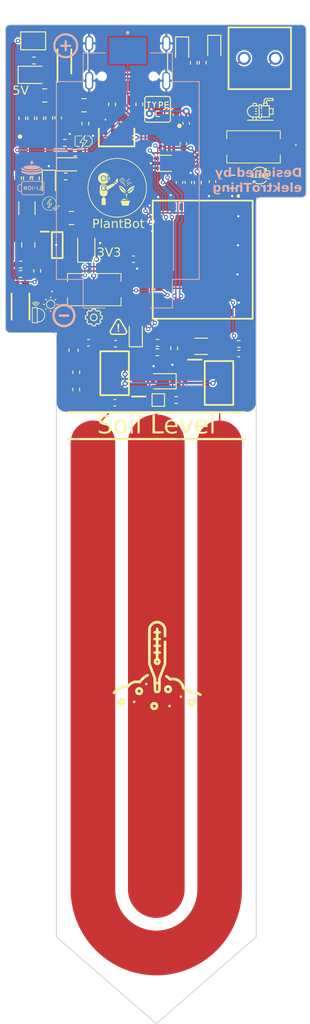
<source format=kicad_pcb>
(kicad_pcb (version 20221018) (generator pcbnew)
  (title_block (title "Plant Bot") (date "2023-05-21") (rev "E"))
  (layers (0 "F.Cu" signal) (1 "In1.Cu" signal) (2 "In2.Cu" signal) (31 "B.Cu" signal) (34 "B.Paste" user) (35 "F.Paste" user) (36 "B.SilkS" user "B.Silkscreen") (37 "F.SilkS" user "F.Silkscreen") (38 "B.Mask" user) (39 "F.Mask" user) (44 "Edge.Cuts" user))
  (net 0 "")
  (net 1 "Net-(IC1-THRES)")
  (net 2 "GND")
  (net 3 "+3V3")
  (net 4 "Net-(IC1-CONT)")
  (net 5 "Net-(IC6-IN)")
  (net 6 "/Microcontroller/LIGHT_PWR")
  (net 8 "+5V")
  (net 9 "Net-(D1-A)")
  (net 10 "Net-(D2-K)")
  (net 11 "Net-(D3-K)")
  (net 12 "Net-(D4-K)")
  (net 13 "Net-(D5-K)")
  (net 14 "/Connectors/OUT_1")
  (net 15 "/Connectors/OUT_2")
  (net 16 "SIG_RAW")
  (net 17 "Net-(D5-A)")
  (net 18 "Net-(D6-K)")
  (net 19 "Net-(D6-A)")
  (net 20 "Net-(D7-A)")
  (net 21 "Net-(D9-A)")
  (net 22 "Net-(IC1-OUT)")
  (net 23 "Net-(IC1-DISCH)")
  (net 24 "Net-(IC2-INPUTA-NEG)")
  (net 25 "Net-(IC3-CE)")
  (net 32 "GPIO8")
  (net 33 "GPIO9")
  (net 34 "CHIP_PU")
  (net 35 "VBUS")
  (net 39 "D-")
  (net 40 "D+")
  (net 47 "Net-(IC6-TS)")
  (net 48 "Net-(IC6-BAT_1)")
  (net 49 "Net-(IC6-~{CE})")
  (net 50 "Net-(IC6-EN2)")
  (net 51 "Net-(IC6-EN1)")
  (net 52 "Net-(IC6-ILIM)")
  (net 53 "Net-(IC6-TMR)")
  (net 54 "Net-(IC6-TD)")
  (net 55 "VDD")
  (net 56 "Net-(IC6-ISET)")
  (net 59 "Net-(J1-CC1)")
  (net 61 "Net-(J1-CC2)")
  (net 63 "Net-(JP1-B)")
  (net 66 "/Capacitive Moisture Sensor/SIG")
  (net 67 "IND_LED")
  (net 68 "/Microcontroller/IN2")
  (net 69 "/Microcontroller/IN1")
  (net 70 "WS2812")
  (net 71 "/Microcontroller/LIGHT_SIG")
  (net 72 "/Connectors/USB_DN")
  (net 73 "/Connectors/USB_DP")
  (footprint "Resistor_SMD:R_0402_1005Metric" (layer "F.Cu") (at 222.85 103.24 -90)
    (fp_text reference "R10" hide)
    (fp_text value "10k")
  )
  (footprint "SamacSys_Parts:SOT95P280X130-5N" (layer "F.Cu") (at 207.1 110.22)
    (fp_text reference "IC3" hide)
    (fp_text value "XC6227C331MR-G" hide)
  )
  (footprint "LED_SMD:LED_0603_1608Metric" (layer "F.Cu") (at 224.7 88.2625 -90)
    (fp_text reference "D7" hide)
    (fp_text value "Green_0603")
  )
  (footprint "Capacitor_SMD:C_1206_3216Metric" (layer "F.Cu") (at 203.7 106.1 -90)
    (fp_text reference "C18" hide)
    (fp_text value "4.7u")
  )
  (footprint "LED_SMD:LED_0603_1608Metric" (layer "F.Cu") (at 221.1 88.45 -90)
    (fp_text reference "D9" hide)
    (fp_text value "Green_0603")
  )
  (footprint "Resistor_SMD:R_0402_1005Metric" (layer "F.Cu") (at 220.438 127.532)
    (fp_text reference "R6" hide)
    (fp_text value "1M")
  )
  (footprint "Diode_SMD:D_SOD-323F" (layer "F.Cu") (at 218.928 125.439282 180)
    (fp_text reference "D1" hide)
    (fp_text value "1N4148WS")
  )
  (footprint "Capacitor_SMD:C_0402_1005Metric" (layer "F.Cu") (at 221.25 98.88 90)
    (fp_text reference "C11" hide)
    (fp_text value "100n")
  )
  (footprint "SamacSys_Parts:TEMT6000X01" (layer "F.Cu") (at 202.98 116.55 -90)
    (fp_text reference "Q2" hide)
    (fp_text value "TEMT6000X01" hide)
  )
  (footprint "Resistor_SMD:R_0402_1005Metric" (layer "F.Cu") (at 203.7 102.75 -90)
    (fp_text reference "R26" hide)
    (fp_text value "10k")
  )
  (footprint "personal:settings" (layer "F.Cu") (at 211.2 118.3)
    (fp_text reference "G***" hide)
    (fp_text value "LOGO" hide)
  )
  (footprint "Capacitor_SMD:C_0805_2012Metric" (layer "F.Cu") (at 210.1 94.6)
    (fp_text reference "C1" hide)
    (fp_text value "10u")
  )
  (footprint "Capacitor_SMD:C_1206_3216Metric" (layer "F.Cu") (at 223.228 121.532)
    (fp_text reference "C5" hide)
    (fp_text value "4.7u")
  )
  (footprint "Resistor_SMD:R_0402_1005Metric" (layer "F.Cu") (at 223.4 89.8375 -90)
    (fp_text reference "R29" hide)
    (fp_text value "2.2k")
  )
  (footprint "Resistor_SMD:R_0402_1005Metric" (layer "F.Cu") (at 216.3 94.49 -90)
    (fp_text reference "R2" hide)
    (fp_text value "5.1k")
  )
  (footprint "Resistor_SMD:R_0402_1005Metric" (layer "F.Cu") (at 204.85 113.1 -90)
    (fp_text reference "R17" hide)
    (fp_text value "2.2k")
  )
  (footprint "Capacitor_SMD:C_0402_1005Metric" (layer "F.Cu") (at 227.448 122.332 180)
    (fp_text reference "C6" hide)
    (fp_text value "100n")
  )
  (footprint "Resistor_SMD:R_0402_1005Metric" (layer "F.Cu") (at 207.96 98.8)
    (fp_text reference "R16" hide)
    (fp_text value "1.5k")
  )
  (footprint "Resistor_SMD:R_0402_1005Metric" (layer "F.Cu") (at 218.34 121.15)
    (fp_text reference "R13" hide)
    (fp_text value "1k")
  )
  (footprint "SamacSys_Parts:SOIC127P600X175-8N" (layer "F.Cu") (at 225.228 125.632)
    (fp_text reference "IC2" hide)
    (fp_text value "LM358DR2G" hide)
  )
  (footprint "Resistor_SMD:R_0402_1005Metric" (layer "F.Cu") (at 202.99 113.45 180)
    (fp_text reference "R35" hide)
    (fp_text value "10k")
  )
  (footprint "Package_TO_SOT_SMD:SOT-666" (layer "F.Cu") (at 219.1 101.084834)
    (fp_text reference "U1" hide)
    (fp_text value "USBLC6-2P6")
  )
  (footprint "Capacitor_SMD:C_0402_1005Metric" (layer "F.Cu") (at 213.628 121.239282 180)
    (fp_text reference "C22" hide)
    (fp_text value "100n")
  )
  (footprint "SamacSys_Parts:WS2812B4020" (layer "F.Cu") (at 213.75 98.2 180)
    (fp_text reference "LED1" hide)
    (fp_text value "WS2812B-4020" hide)
  )
  (footprint "personal:warning" (layer "F.Cu") (at 213.95 119.35)
    (fp_text reference "G***" hide)
    (fp_text value "LOGO" hide)
  )
  (footprint "personal:reset" (layer "F.Cu") (at 229.8 102.45)
    (fp_text reference "G***" hide)
    (fp_text value "LOGO" hide)
  )
  (footprint "Resistor_SMD:R_0402_1005Metric" (layer "F.Cu") (at 227.45 121.273282 180)
    (fp_text reference "R11" hide)
    (fp_text value "10k")
  )
  (footprint "SamacSys_Parts:TS1101CW" (layer "F.Cu") (at 229.1 99.25 180)
    (fp_text reference "S2" hide)
    (fp_text value "TS-1101-C-W" hide)
  )
  (footprint "Resistor_SMD:R_0402_1005Metric" (layer "F.Cu") (at 213.25 94.5 -90)
    (fp_text reference "R1" hide)
    (fp_text value "5.1k")
  )
  (footprint "Resistor_SMD:R_0402_1005Metric" (layer "F.Cu") (at 203 112.4)
    (fp_text reference "R12" hide)
    (fp_text value "100k")
  )
  (footprint "SamacSys_Parts:KF350352P" (layer "F.Cu") (at 231.55 89.35 180)
    (fp_text reference "J6" hide)
    (fp_text value "KF350-3.5-2P" hide)
  )
  (footprint "SamacSys_Parts:SON50P200X200X80-9N" (layer "F.Cu") (at 219.4 98.3 -90)
    (fp_text reference "IC4" hide)
    (fp_text value "DRV8837CDSGR" hide)
  )
  (footprint "Resistor_SMD:R_0402_1005Metric" (layer "F.Cu") (at 202.7 102.74 -90)
    (fp_text reference "R23" hide)
    (fp_text value "10k")
  )
  (footprint "Resistor_SMD:R_0402_1005Metric" (layer "F.Cu") (at 203.18 96.05 90)
    (fp_text reference "TH1" hide)
    (fp_text value "10k_NTC")
  )
  (footprint "Capacitor_SMD:C_0805_2012Metric" (layer "F.Cu") (at 203.85 110.2 -90)
    (fp_text reference "C7" hide)
    (fp_text value "10u")
  )
  (footprint "Resistor_SMD:R_0402_1005Metric" (layer "F.Cu") (at 204.18 96.05 90)
    (fp_text reference "R18" hide)
    (fp_text value "1.5k")
  )
  (footprint "Capacitor_SMD:C_0402_1005Metric" (layer "F.Cu") (at 207.2 96 90)
    (fp_text reference "C17" hide)
    (fp_text value "1u")
  )
  (footprint "LED_SMD:LED_0603_1608Metric" (layer "F.Cu") (at 208.5 101.2)
    (fp_text reference "D6" hide)
    (fp_text value "Green_0603")
  )
  (footprint "personal:charging" (layer "F.Cu") (at 210.05 98.65)
    (fp_text reference "G***" hide)
    (fp_text value "LOGO" hide)
  )
  (footprint "Resistor_SMD:R_0805_2012Metric_Pad1.20x1.40mm_HandSolder" (layer "F.Cu") (at 205.7 93.5)
    (fp_text reference "R28" hide)
    (fp_text value "0")
  )
  (footprint "Capacitor_SMD:C_0805_2012Metric" (layer "F.Cu") (at 226.75 103.15)
    (fp_text reference "C16" hide)
    (fp_text value "10u")
  )
  (footprint "Capacitor_SMD:C_0402_1005Metric" (layer "F.Cu") (at 221.55 96.63 -90)
    (fp_text reference "C9" hide)
    (fp_text value "10u_0402")
  )
  (footprint "Resistor_SMD:R_0402_1005Metric" (layer "F.Cu") (at 220.2 121.75 90)
    (fp_text reference "R9" hide)
    (fp_text value "100")
  )
  (footprint "Resistor_SMD:R_0402_1005Metric" (layer "F.Cu") (at 204.5 89.6)
    (fp_text reference "R15" hide)
    (fp_text value "4.7k")
  )
  (footprint "Resistor_SMD:R_0402_1005Metric" (layer "F.Cu") (at 210.25 96.65 90)
    (fp_text reference "R22" hide)
    (fp_text value "10k")
  )
  (footprint "Diode_SMD:D_0805_2012Metric" (layer "F.Cu") (at 210.35 110.45 90)
    (fp_text reference "D3" hide)
    (fp_text value "RedLED")
  )
  (footprint "Capacitor_SMD:C_0402_1005Metric" (layer "F.Cu") (at 213.548 127.839282)
    (fp_text reference "C3" hide)
    (fp_text value "100n")
  )
  (footprint "personal:powerGood" (layer "F.Cu") (at 206.4 105.6)
    (fp_text reference "G***" hide)
    (fp_text value "LOGO" hide)
  )
  (footprint "SamacSys_Parts:TS1101CW" (layer "F.Cu") (at 211.25 115.2)
    (fp_text reference "S1" hide)
    (fp_text value "TS-1101-C-W" hide)
  )
  (footprint "Capacitor_SMD:C_0805_2012Metric" (layer "F.Cu") (at 208.7 107.2 180)
    (fp_text reference "C10" hide)
    (fp_text value "10u")
  )
  (footprint "Resistor_SMD:R_0402_1005Metric" (layer "F.Cu") (at 209.228 124.439282 90)
    (fp_text reference "R4" hide)
    (fp_text value "2.4k")
  )
  (footprint "personal:lightSensor" (layer "F.Cu") (at 205.75 117.45 90)
    (fp_text reference "G***" hide)
    (fp_text value "LOGO" hide)
  )
  (footprint "Resistor_SMD:R_0402_1005Metric" (layer "F.Cu") (at 205.2 96.05 90)
    (fp_text reference "R25" hide)
    (fp_text value "10k")
  )
  (footprint "Capacitor_SMD:C_0402_1005Metric" (layer "F.Cu") (at 221.8 103.22 -90)
    (fp_text reference "C20" hide)
    (fp_text value "100n")
  )
  (footprint "personal:pump" (layer "F.Cu") (at 229.85 95.05)
    (fp_text reference "G***" hide)
    (fp_text value "LOGO" hide)
  )
  (footprint "Jumper:SolderJumper-2_P1.3mm_Bridged_Pad1.0x1.5mm" (layer "F.Cu") (at 204.4 87.4 180)
    (fp_text reference "JP1" hide)
    (fp_text value "SB_NC")
  )
  (footprint "personal:USBC" (layer "F.Cu") (at 218.35 95.05)
    (fp_text reference "G***" hide)
    (fp_text value "LOGO" hide)
  )
  (footprint "Capacitor_SMD:C_0402_1005Metric" (layer "F.Cu") (at 224.5 103.12 90)
    (fp_text reference "C15" hide)
    (fp_text value "100n")
  )
  (footprint "Connectors_JT:GT-USB-7010A" (layer "F.Cu") (at 215 89.925 180)
    (fp_text reference "J1" hide)
    (fp_text value "GT-USB-7010")
  )
  (footprint "Resistor_SMD:R_0402_1005Metric" (layer "F.Cu") (at 218.32 122.2 180)
    (fp_text reference "R5" hide)
    (fp_text value "10k")
  )
  (footprint "LED_SMD:LED_0603_1608Metric" (layer "F.Cu") (at 215.9 120.1 90)
    (fp_text reference "D4" hide)
    (fp_text value "Green_0603")
  )
  (footprint "Resistor_SMD:R_0402_1005Metric" (layer "F.Cu") (at 204.7 102.75 90)
    (fp_text reference "R24" hide)
    (fp_text value "10k")
  )
  (footprint "Resistor_SMD:R_0402_1005Metric" (layer "F.Cu") (at 209.1 99.9)
    (fp_text reference "R21" hide)
    (fp_text value "2.2k")
  )
  (footprint "personal:PlantBot" (layer "F.Cu") (at 213.8 103.85)
    (fp_text reference "G***" hide)
    (fp_text value "LOGO" hide)
  )
  (footprint "Capacitor_SMD:C_0402_1005Metric" (layer "F.Cu") (at 220.8 103.23 -90)
    (fp_text reference "C14" hide)
    (fp_text value "1u")
  )
  (footprint "Capacitor_SMD:C_0603_1608Metric" (layer "F.Cu") (at 208.928 121.964282 90)
    (fp_text reference "C2" hide)
    (fp_text value "470p")
  )
  (footprint "SamacSys_Parts:SOD3716X145N" (layer "F.Cu") (at 207.9 89.7 90)
    (fp_text reference "D8" hide)
    (fp_text value "1N5819HWQ-7-F" hide)
  )
  (footprint "Diode_SMD:D_0805_2012Metric" (layer "F.Cu") (at 204.4 91.2)
    (fp_text reference "D2" hide)
    (fp_text value "RedLED")
  )
  (footprint "SamacSys_Parts:QFN50P300X300X100-17N-D" (layer "F.Cu") (at 204.8 99.6)
    (fp_text reference "IC6" hide)
    (fp_text value "BQ24073RGTR" hide)
  )
  (footprint "SamacSys_Parts:SOIC127P600X175-8N" (layer "F.Cu") (at 213.528 124.539282 180)
    (fp_text reference "IC1" hide)
    (fp_text value "NE555DR" hide)
  )
  (footprint "Resistor_SMD:R_0402_1005Metric" (layer "F.Cu") (at 222.4 89.8625 90)
    (fp_text reference "R30" hide)
    (fp_text value "2.2k")
  )
  (footprint "Resistor_SMD:R_0402_1005Metric" (layer "F.Cu") (at 206.2 96.02 90)
    (fp_text reference "R14" hide)
    (fp_text value "47.5k")
  )
  (footprint "TestPoint:TestPoint_Pad_1.0x1.0mm" (layer "F.Cu") (at 218.428 127.539282)
    (fp_text reference "TP12" hide)
    (fp_text value "TestPoint_Alt")
  )
  (footprint "SamacSys_Parts:ESP32C3MINI1N4" (layer "F.Cu") (at 223.4 111.85 -90)
    (fp_text reference "IC5" hide)
    (fp_text value "ESP32-C3-MINI-1-N4" hide)
  )
  (footprint "personal:moistureSensor" (layer "F.Cu") (at 218.3 157.2)
    (fp_text reference "G***" hide)
    (fp_text value "LOGO" hide)
  )
  (footprint "Capacitor_SMD:C_0402_1005Metric" (layer "F.Cu") (at 220.45 95.65 90)
    (fp_text reference "C8" hide)
    (fp_text value "10u_0402")
  )
  (footprint "Capacitor_SMD:C_0402_1005Metric" (layer "F.Cu") (at 215.65 111.8 180)
    (fp_text reference "C19" hide)
    (fp_text value "100n")
  )
  (footprint "Resistor_SMD:R_0402_1005Metric" (layer "F.Cu") (at 209.228 126.349282 90)
    (fp_text reference "R3" hide)
    (fp_text value "1.5k")
  )
  (footprint "Resistor_SMD:R_0402_1005Metric" (layer "F.Cu") (at 208.04 102.55)
    (fp_text reference "R20" hide)
    (fp_text value "2.2k")
  )
  (footprint "LED_SMD:LED_0603_1608Metric" (layer "F.Cu") (at 206.15 103.3375 -90)
    (fp_text reference "D5" hide)
    (fp_text value "Green_0603")
  )
  (footprint "Capacitor_SMD:C_0402_1005Metric" (layer "F.Cu") (at 210.608 121.139282 180)
    (fp_text reference "C4" hide)
    (fp_text value "10n")
  )
  (footprint "personal:coinCell" (layer "B.Cu") (at 204.25 101.75 180)
    (fp_text reference "G***" hide)
    (fp_text value "LOGO" hide)
  )
  (footprint "SamacSys_Parts:CR2032BS61" (layer "B.Cu") (at 215 103 180)
    (fp_text reference "U3" hide)
    (fp_text value "CR2032-BS-6-1" hide)
  )
  (footprint "personal:positive" (layer "B.Cu") (at 208.05 87.95 180)
    (fp_text reference "G***" hide)
    (fp_text value "LOGO" hide)
  )
  (footprint "personal:negative" (layer "B.Cu") (at 207.85 118.1 180)
    (fp_text reference "G***" hide)
    (fp_text value "LOGO" hide)
  )
  (footprint "personal:battery" (layer "B.Cu") (at 204.15 103.85 180)
    (fp_text reference "" hide)
    (fp_text value "LOGO" hide)
  )
  (gr_line (start 208.318 128.897282) (end 228.13 128.897282) (stroke (width 0.25)) (layer "F.SilkS"))
  (gr_line (start 208.318 131.897282) (end 228.13 131.897282) (stroke (width 0.25)) (layer "F.SilkS"))
  (gr_arc (start 234.5 85.6) (mid 234.853523 85.746463) (end 235 86.1) (stroke (width 0.1)) (layer "Edge.Cuts"))
  (gr_line (start 218.2 197.223282) (end 207 187.523282) (stroke (width 0.1)) (layer "Edge.Cuts"))
  (gr_line (start 235 104.4) (end 235 86.1) (stroke (width 0.1)) (layer "Edge.Cuts"))
  (gr_line (start 229.9 104.9) (end 234.5 104.9) (stroke (width 0.1)) (layer "Edge.Cuts"))
  (gr_arc (start 206.5 120.023282) (mid 206.853553 120.169729) (end 207 120.523282) (stroke (width 0.1)) (layer "Edge.Cuts"))
  (gr_line (start 229.4 105.4) (end 229.4 187.523282) (stroke (width 0.1)) (layer "Edge.Cuts"))
  (gr_line (start 207 120.523282) (end 207 187.523282) (stroke (width 0.1)) (layer "Edge.Cuts"))
  (gr_line (start 201.8 85.6) (end 234.5 85.6) (stroke (width 0.1)) (layer "Edge.Cuts"))
  (gr_line (start 201.3 119.523282) (end 201.3 86.1) (stroke (width 0.1)) (layer "Edge.Cuts"))
  (gr_arc (start 229.4 105.4) (mid 229.546447 105.046447) (end 229.9 104.9) (stroke (width 0.05)) (layer "Edge.Cuts"))
  (gr_arc (start 235 104.4) (mid 234.853556 104.75357) (end 234.5 104.9) (stroke (width 0.1)) (layer "Edge.Cuts"))
  (gr_arc (start 201.8 120.023282) (mid 201.446447 119.876835) (end 201.3 119.523282) (stroke (width 0.1)) (layer "Edge.Cuts"))
  (gr_line (start 201.8 120.023282) (end 206.5 120.023282) (stroke (width 0.1)) (layer "Edge.Cuts"))
  (gr_arc (start 201.3 86.1) (mid 201.446447 85.746447) (end 201.8 85.6) (stroke (width 0.1)) (layer "Edge.Cuts"))
  (gr_line (start 229.4 187.523282) (end 218.2 197.223282) (stroke (width 0.1)) (layer "Edge.Cuts"))
  (gr_text "Designed by \nelektroThing" (at 234.55 104.45) (layer "B.SilkS") (effects (font (size 1 1) (thickness 0.25) bold) (justify left bottom mirror)))
  (gr_text "Soil Level" (at 218.224 130.439282) (layer "F.SilkS") (effects (font (size 2 2))))
  (gr_text "PlantBot" (at 213.95 107.9) (layer "F.SilkS") (effects (font (size 1 1))))
  (gr_text "5V" (at 203 93) (layer "F.SilkS") (effects (font (size 1 1))))
  (gr_text "3V3" (at 212.9 111.1) (layer "F.SilkS") (effects (font (size 1 1))))
  (segment (start 214.463 125.174282) (end 216.24 125.174282) (width 0.15) (layer "F.Cu") (net 1))
  (segment (start 213.193 123.904282) (end 214.463 125.174282) (width 0.15) (layer "F.Cu") (net 1))
  (segment (start 209.253 123.904282) (end 210.816 123.904282) (width 0.15) (layer "F.Cu") (net 1))
  (segment (start 210.816 123.904282) (end 213.193 123.904282) (width 0.15) (layer "F.Cu") (net 1))
  (segment (start 209.228 123.929282) (end 209.228 123.039282) (width 0.15) (layer "F.Cu") (net 1))
  (segment locked (start 211.1 132.323282) (end 211.1 182.223282) (width 5) (layer "F.Cu") (net 2))
  (segment (start 220.74 103.71) (end 219.8 104.65) (width 0.15) (layer "F.Cu") (net 2))
  (segment (start 228.3 116.65) (end 227.449503 116.65) (width 0.15) (layer "F.Cu") (net 2))
  (segment (start 206.98 110.22) (end 207 110.2) (width 0.15) (layer "F.Cu") (net 2))
  (segment (start 205.8 101.05) (end 206.15 101.4) (width 0.15) (layer "F.Cu") (net 2))
  (segment (start 205.7 110.22) (end 206.98 110.22) (width 0.15) (layer "F.Cu") (net 2))
  (segment (start 225.3 132.323282) (end 225.3 128.923282) (width 0.15) (layer "F.Cu") (net 2))
  (segment (start 218.175 101.084834) (end 217.584834 101.084834) (width 0.15) (layer "F.Cu") (net 2))
  (segment (start 216.13 111.8) (end 216.13 112.77) (width 0.15) (layer "F.Cu") (net 2))
  (segment (start 218.45 104.9) (end 218.4 104.85) (width 0.15) (layer "F.Cu") (net 2))
  (segment (start 220.81 103.7) (end 220.8 103.71) (width 0.15) (layer "F.Cu") (net 2))
  (segment (start 221.8 102.421046) (end 222.060523 102.160523) (width 0.15) (layer "F.Cu") (net 2))
  (segment (start 218.45 105.9) (end 218.45 104.9) (width 0.15) (layer "F.Cu") (net 2))
  (segment (start 208.47 97.83) (end 208.5 97.8) (width 0.15) (layer "F.Cu") (net 2))
  (segment (start 220.8 103.71) (end 220.74 103.71) (width 0.15) (layer "F.Cu") (net 2))
  (segment (start 227.4 105.95) (end 227.4 107) (width 0.15) (layer "F.Cu") (net 2))
  (segment (start 205.7 110.22) (end 204.78 110.22) (width 0.15) (layer "F.Cu") (net 2))
  (segment locked (start 225.3 132.323282) (end 225.3 182.223282) (width 5) (layer "F.Cu") (net 2))
  (segment (start 228.3 113.45) (end 227.35 113.45) (width 0.15) (layer "F.Cu") (net 2))
  (segment (start 205.55 101.05) (end 205.8 101.05) (width 0.15) (layer "F.Cu") (net 2))
  (segment (start 214.028 127.839282) (end 211.1 130.767282) (width 0.15) (layer "F.Cu") (net 2))
  (segment (start 208.47 98.8) (end 208.47 97.83) (width 0.15) (layer "F.Cu") (net 2))
  (segment (start 216.13 112.77) (end 216.05 112.85) (width 0.15) (layer "F.Cu") (net 2))
  (segment (start 211.1 130.767282) (end 211.1 132.323282) (width 0.15) (layer "F.Cu") (net 2))
  (segment (start 218.5 108.65) (end 217.75 108.65) (width 0.15) (layer "F.Cu") (net 2))
  (segment (start 221.8 102.74) (end 221.8 102.65) (width 0.15) (layer "F.Cu") (net 2))
  (segment (start 227.35 113.45) (end 227.3 113.5) (width 0.15) (layer "F.Cu") (net 2))
  (segment (start 217.55 105.9) (end 217.45 105.8) (width 0.15) (layer "F.Cu") (net 2))
  (segment (start 218.45 105.9) (end 217.55 105.9) (width 0.15) (layer "F.Cu") (net 2))
  (segment (start 204.78 110.22) (end 203.85 111.15) (width 0.15) (layer "F.Cu") (net 2))
  (segment (start 228.3 110.25) (end 227.35 110.25) (width 0.15) (layer "F.Cu") (net 2))
  (segment (start 221.8 102.74) (end 221.8 102.421046) (width 0.15) (layer "F.Cu") (net 2))
  (via (at 222.060523 102.160523) (size 0.5) (drill 0.25) (layers "F.Cu" "B.Cu") (net 2))
  (via (at 217.584834 101.084834) (size 0.5) (drill 0.25) (layers "F.Cu" "B.Cu") (net 2))
  (via (at 206.15 101.4) (size 0.5) (drill 0.25) (layers "F.Cu" "B.Cu") (net 2))
  (via (at 226.7 104.75) (size 0.5) (drill 0.25) (layers "F.Cu" "B.Cu") (net 2))
  (via (at 227.3 113.5) (size 0.5) (drill 0.25) (layers "F.Cu" "B.Cu") (net 2))
  (via (at 211.1 98) (size 0.5) (drill 0.25) (layers "F.Cu" "B.Cu") (net 2))
  (via (at 227.4 107) (size 0.5) (drill 0.25) (layers "F.Cu" "B.Cu") (net 2))
  (via (at 211.9 110) (size 0.5) (drill 0.25) (layers "F.Cu" "B.Cu") (net 2))
  (via (at 220 123.6) (size 0.5) (drill 0.25) (layers "F.Cu" "B.Cu") (net 2))
  (via (at 217.75 108.65) (size 0.5) (drill 0.25) (layers "F.Cu" "B.Cu") (net 2))
  (via (at 218.4 104.85) (size 0.5) (drill 0.25) (layers "F.Cu" "B.Cu") (net 2))
  (via (at 224.1 104.75) (size 0.5) (drill 0.25) (layers "F.Cu" "B.Cu") (net 2))
  (via (at 227.35 110.25) (size 0.5) (drill 0.25) (layers "F.Cu" "B.Cu") (net 2))
  (via (at 227.449503 116.65) (size 0.5) (drill 0.25) (layers "F.Cu" "B.Cu") (net 2))
  (via (at 207 110.2) (size 0.5) (drill 0.25) (layers "F.Cu" "B.Cu") (net 2))
  (via (at 216.05 112.85) (size 0.5) (drill 0.25) (layers "F.Cu" "B.Cu") (net 2))
  (via (at 219.8 104.65) (size 0.5) (drill 0.25) (layers "F.Cu" "B.Cu") (net 2))
  (via (at 217.9 123.75) (size 0.5) (drill 0.25) (layers "F.Cu" "B.Cu") (net 2))
  (via (at 217.45 105.8) (size 0.5) (drill 0.25) (layers "F.Cu" "B.Cu") (net 2))
  (via (at 208.5 97.8) (size 0.5) (drill 0.25) (layers "F.Cu" "B.Cu") (net 2))
  (arc (start 225.3 182.223282) (mid 218.2 189.323282) (end 211.1 182.223282) (width 5) (layer "F.Cu") (net 2))
  (segment (start 214.845 121.239282) (end 214.108 121.239282) (width 0.2) (layer "F.Cu") (net 3))
  (segment (start 219.65 99.35) (end 220.15 99.35) (width 0.2) (layer "F.Cu") (net 3))
  (segment (start 214.108 121.239282) (end 211.2 118.331282) (width 0.2) (layer "F.Cu") (net 3))
  (segment (start 211.504122 110.666622) (end 210.35 109.5125) (width 0.2) (layer "F.Cu") (net 3))
  (segment (start 224.5 103.6) (end 225.35 103.6) (width 0.2) (layer "F.Cu") (net 3))
  (segment (start 213.068 127.839282) (end 212.211 127.839282) (width 0.2) (layer "F.Cu") (net 3))
  (segment (start 209.65 107.2) (end 209.65 102.75) (width 0.2) (layer "F.Cu") (net 3))
  (segment (start 213.068 127.839282) (end 213.068 127.330782) (width 0.2) (layer "F.Cu") (net 3))
  (segment (start 209.6 97.7) (end 209.6 96.79) (width 0.2) (layer "F.Cu") (net 3))
  (segment (start 225.35 103.6) (end 225.8 103.15) (width 0.2) (layer "F.Cu") (net 3))
  (segment (start 209.65 108.8125) (end 210.35 109.5125) (width 0.2) (layer "F.Cu") (net 3))
  (segment (start 210.25 98.35) (end 209.6 97.7) (width 0.2) (layer "F.Cu") (net 3))
  (segment (start 210.816 126.444282) (end 209.643 126.444282) (width 0.2) (layer "F.Cu") (net 3))
  (segment (start 210.25 102.15) (end 210.25 98.35) (width 0.2) (layer "F.Cu") (net 3))
  (segment (start 209.65 102.75) (end 210.25 102.15) (width 0.2) (layer "F.Cu") (net 3))
  (segment (start 227.928 122.332) (end 224.61 125.65) (width 0.2) (layer "F.Cu") (net 3))
  (segment (start 213.04 96.14) (end 210.25 96.14) (width 0.2) (layer "F.Cu") (net 3))
  (segment (start 216.24 122.634282) (end 214.845 121.239282) (width 0.2) (layer "F.Cu") (net 3))
  (segment (start 211.2 118.331282) (end 211.2 113.657126) (width 0.2) (layer "F.Cu") (net 3))
  (segment (start 209.643 126.444282) (end 209.228 126.859282) (width 0.2) (layer "F.Cu") (net 3))
  (segment (start 222.85 102.05) (end 222.8 102) (width 0.2) (layer "F.Cu") (net 3))
  (segment (start 214.7 123.55) (end 214.108 122.958) (width 0.2) (layer "F.Cu") (net 3))
  (segment (start 213.068 127.330782) (end 214.7 125.698782) (width 0.2) (layer "F.Cu") (net 3))
  (segment (start 213.325 96.425) (end 213.04 96.14) (width 0.2) (layer "F.Cu") (net 3))
  (segment (start 222.01 99.36) (end 222.05 99.4) (width 0.2) (layer "F.Cu") (net 3))
  (segment (start 209.65 107.2) (end 209.65 108.8125) (width 0.2) (layer "F.Cu") (net 3))
  (segment (start 225.8 105.95) (end 225.8 103.15) (width 0.2) (layer "F.Cu") (net 3))
  (segment (start 213.325 97.2) (end 213.325 96.425) (width 0.2) (layer "F.Cu") (net 3))
  (segment (start 215.95 98.2) (end 213.75 98.2) (width 0.2) (layer "F.Cu") (net 3))
  (segment (start 214.108 122.958) (end 214.108 121.239282) (width 0.2) (layer "F.Cu") (net 3))
  (segment (start 224.5 103.6) (end 223.72 103.6) (width 0.2) (layer "F.Cu") (net 3))
  (segment (start 227.94 121.293282) (end 227.94 123.727) (width 0.2) (layer "F.Cu") (net 3))
  (segment (start 220.15 99.35) (end 221.24 99.35) (width 0.2) (layer "F.Cu") (net 3))
  (segment (start 211.504122 111.804122) (end 211.504122 110.666622) (width 0.2) (layer "F.Cu") (net 3))
  (segment (start 221.24 99.35) (end 221.25 99.36) (width 0.2) (layer "F.Cu") (net 3))
  (segment (start 213.75 98.2) (end 213.325 97.775) (width 0.2) (layer "F.Cu") (net 3))
  (segment (start 213.325 97.775) (end 213.325 97.2) (width 0.2) (layer "F.Cu") (net 3))
  (segment (start 208.5 109.27) (end 210.1075 109.27) (width 0.2) (layer "F.Cu") (net 3))
  (segment (start 214.7 124.649782) (end 214.7 123.55) (width 0.2) (layer "F.Cu") (net 3))
  (segment (start 211.2 113.657126) (end 211.182374 113.6395) (width 0.2) (layer "F.Cu") (net 3))
  (segment (start 223.72 103.6) (end 222.85 102.73) (width 0.2) (layer "F.Cu") (net 3))
  (segment (start 224.61 125.65) (end 224.55 125.65) (width 0.2) (layer "F.Cu") (net 3))
  (segment (start 209.6 96.79) (end 210.25 96.14) (width 0.2) (layer "F.Cu") (net 3))
  (segment (start 222.85 102.73) (end 222.85 102.05) (width 0.2) (layer "F.Cu") (net 3))
  (segment (start 221.25 99.36) (end 222.01 99.36) (width 0.2) (layer "F.Cu") (net 3))
  (segment (start 212.211 127.839282) (end 210.816 126.444282) (width 0.2) (layer "F.Cu") (net 3))
  (via (at 211.182374 113.6395) (size 0.6) (drill 0.3) (layers "F.Cu" "B.Cu") (net 3))
  (via (at 214.7 125.698782) (size 0.6) (drill 0.3) (layers "F.Cu" "B.Cu") (net 3))
  (via (at 215.95 98.2) (size 0.6) (drill 0.3) (layers "F.Cu" "B.Cu") (net 3))
  (via (at 224.55 125.65) (size 0.6) (drill 0.3) (layers "F.Cu" "B.Cu") (net 3))
  (via (at 214.7 124.649782) (size 0.6) (drill 0.3) (layers "F.Cu" "B.Cu") (net 3))
  (via (at 222.8 102) (size 0.6) (drill 0.3) (layers "F.Cu" "B.Cu") (net 3))
  (via (at 222.05 99.4) (size 0.6) (drill 0.3) (layers "F.Cu" "B.Cu") (net 3))
  (via (at 211.504122 111.804122) (size 0.6) (drill 0.3) (layers "F.Cu" "B.Cu") (net 3))
  (segment (start 222.8 100.15) (end 222.05 99.4) (width 0.2) (layer "B.Cu") (net 3))
  (segment (start 211.182374 112.12587) (end 211.504122 111.804122) (width 0.2) (layer "B.Cu") (net 3))
  (segment (start 217.907107 98.2) (end 215.95 98.2) (width 0.2) (layer "B.Cu") (net 3))
  (segment (start 222.8 102) (end 222.8 100.15) (width 0.2) (layer "B.Cu") (net 3))
  (segment (start 214.748782 125.65) (end 214.7 125.698782) (width 0.2) (layer "B.Cu") (net 3))
  (segment (start 211.182374 113.6395) (end 211.182374 112.12587) (width 0.2) (layer "B.Cu") (net 3))
  (segment (start 222.05 99.4) (end 219.107107 99.4) (width 0.2) (layer "B.Cu") (net 3))
  (segment (start 224.55 125.65) (end 214.748782 125.65) (width 0.2) (layer "B.Cu") (net 3))
  (segment (start 214.7 125.698782) (end 214.7 124.649782) (width 0.2) (layer "B.Cu") (net 3))
  (segment (start 219.107107 99.4) (end 217.907107 98.2) (width 0.2) (layer "B.Cu") (net 3))
  (segment (start 210.816 122.051282) (end 210.816 122.634282) (width 0.15) (layer "F.Cu") (net 4))
  (segment (start 211.088 121.779282) (end 210.816 122.051282) (width 0.15) (layer "F.Cu") (net 4))
  (segment (start 211.088 121.139282) (end 211.088 121.779282) (width 0.15) (layer "F.Cu") (net 4))
  (segment (start 207.2 97) (end 207.2 96.48) (width 0.15) (layer "F.Cu") (net 5))
  (segment (start 207.8 94.6) (end 206.7 93.5) (width 0.15) (layer "F.Cu") (net 5))
  (segment (start 205.55 98.15) (end 206.05 98.15) (width 0.15) (layer "F.Cu") (net 5))
  (segment (start 206.05 98.15) (end 207.2 97) (width 0.15) (layer "F.Cu") (net 5))
  (segment (start 207.8 95.88) (end 207.8 94.6) (width 0.15) (layer "F.Cu") (net 5))
  (segment (start 207.2 96.48) (end 207.8 95.88) (width 0.15) (layer "F.Cu") (net 5))
  (segment (start 202.98 116.77) (end 206.1605 113.5895) (width 0.15) (layer "F.Cu") (net 6))
  (segment (start 217.425 106.625) (end 223.75 106.625) (width 0.15) (layer "F.Cu") (net 6))
  (segment (start 210.2 112.6405) (end 211.4095 112.6405) (width 0.15) (layer "F.Cu") (net 6))
  (segment (start 206.1605 113.5895) (end 210.2 113.5895) (width 0.15) (layer "F.Cu") (net 6))
  (segment (start 223.75 106.625) (end 224.2 106.175) (width 0.15) (layer "F.Cu") (net 6))
  (segment (start 202.98 116.82) (end 202.98 116.77) (width 0.15) (layer "F.Cu") (net 6))
  (segment (start 211.4095 112.6405) (end 217.425 106.625) (width 0.15) (layer "F.Cu") (net 6))
  (segment (start 224.2 106.175) (end 224.2 105.95) (width 0.15) (layer "F.Cu") (net 6))
  (segment (start 202.98 118.325) (end 202.98 116.82) (width 0.15) (layer "F.Cu") (net 6))
  (via (at 210.2 112.6405) (size 0.5) (drill 0.25) (layers "F.Cu" "B.Cu") (net 6))
  (via (at 210.2 113.5895) (size 0.5) (drill 0.25) (layers "F.Cu" "B.Cu") (net 6))
  (segment (start 210.2 113.5895) (end 210.2 112.6405) (width 0.15) (layer "B.Cu") (net 6))
  (segment (start 205.3375 92.8625) (end 204.7 93.5) (width 0.25) (layer "F.Cu") (net 8))
  (segment (start 205.3375 91.2) (end 205.3375 92.8625) (width 0.25) (layer "F.Cu") (net 8))
  (segment (start 207.9 93.35) (end 207.9 91.4) (width 0.25) (layer "F.Cu") (net 8))
  (segment (start 209.15 94.6) (end 207.9 93.35) (width 0.25) (layer "F.Cu") (net 8))
  (segment (start 207.9 91.4) (end 205.5375 91.4) (width 0.25) (layer "F.Cu") (net 8))
  (segment (start 218.2 128.923282) (end 218.2 132.323282) (width 0.15) (layer "F.Cu") (net 9))
  (segment (start 217.828 125.439282) (end 217.4 125.867282) (width 0.15) (layer "F.Cu") (net 9))
  (segment (start 217.4 125.867282) (end 217.4 128.123282) (width 0.15) (layer "F.Cu") (net 9))
  (segment (start 218.83 122.2) (end 218.83 124.437282) (width 0.15) (layer "F.Cu") (net 9))
  (segment (start 218.2 128.923282) (end 217.4 128.123282) (width 0.15) (layer "F.Cu") (net 9))
  (segment (start 218.83 124.437282) (end 217.828 125.439282) (width 0.15) (layer "F.Cu") (net 9))
  (segment locked (start 218.2 132.323282) (end 218.2 182.223282) (width 6.35) (layer "F.Cu") (net 9))
  (segment (start 203.99 89.6) (end 203.99 90.6725) (width 0.15) (layer "F.Cu") (net 10))
  (segment (start 203.99 90.6725) (end 203.4625 91.2) (width 0.15) (layer "F.Cu") (net 10))
  (segment (start 209.1475 112.59) (end 210.35 111.3875) (width 0.15) (layer "F.Cu") (net 11))
  (segment (start 204.85 112.59) (end 209.1475 112.59) (width 0.15) (layer "F.Cu") (net 11))
  (segment (start 216.1625 121.15) (end 217.83 121.15) (width 0.15) (layer "F.Cu") (net 12))
  (segment (start 215.9 120.8875) (end 216.1625 121.15) (width 0.15) (layer "F.Cu") (net 12))
  (segment (start 205.05 101.05) (end 205.05 101.761562) (width 0.15) (layer "F.Cu") (net 13))
  (segment (start 205.611562 102.011562) (end 206.15 102.55) (width 0.15) (layer "F.Cu") (net 13))
  (segment (start 205.3 102.011562) (end 205.611562 102.011562) (width 0.15) (layer "F.Cu") (net 13))
  (segment (start 205.05 101.761562) (end 205.3 102.011562) (width 0.15) (layer "F.Cu") (net 13))
  (segment (start 223.4 91.393812) (end 223.4 90.3475) (width 0.15) (layer "F.Cu") (net 14))
  (segment (start 230.5525 90.3475) (end 231.55 89.35) (width 0.15) (layer "F.Cu") (net 14))
  (segment (start 219.65 95.143812) (end 223.4 91.393812) (width 0.15) (layer "F.Cu") (net 14))
  (segment (start 219.65 97.25) (end 219.65 95.143812) (width 0.15) (layer "F.Cu") (net 14))
  (segment (start 223.4 90.3475) (end 230.5525 90.3475) (width 0.15) (layer "F.Cu") (net 14))
  (segment (start 227.5475 89.8525) (end 228.05 89.35) (width 0.15) (layer "F.Cu") (net 15))
  (segment (start 222.4 91.969548) (end 222.4 90.3725) (width 0.15) (layer "F.Cu") (net 15))
  (segment (start 219.15 97.25) (end 219.15 95.219548) (width 0.15) (layer "F.Cu") (net 15))
  (segment (start 222.92 89.8525) (end 227.5475 89.8525) (width 0.15) (layer "F.Cu") (net 15))
  (segment (start 219.15 95.219548) (end 222.4 91.969548) (width 0.15) (layer "F.Cu") (net 15))
  (segment (start 222.4 90.3725) (end 222.92 89.8525) (width 0.15) (layer "F.Cu") (net 15))
  (segment (start 220.835282 125.439282) (end 220.028 125.439282) (width 0.15) (layer "F.Cu") (net 16))
  (segment (start 218.428 127.539282) (end 219.920718 127.539282) (width 0.15) (layer "F.Cu") (net 16))
  (segment (start 221.663 126.267) (end 220.835282 125.439282) (width 0.15) (layer "F.Cu") (net 16))
  (segment (start 220.028 125.439282) (end 220.028 127.432) (width 0.15) (layer "F.Cu") (net 16))
  (segment (start 222.516 126.267) (end 221.663 126.267) (width 0.15) (layer "F.Cu") (net 16))
  (segment (start 206.15 104.125) (end 207.53 102.745) (width 0.15) (layer "F.Cu") (net 17))
  (segment (start 207.7125 101.2) (end 206.75 101.2) (width 0.15) (layer "F.Cu") (net 18))
  (segment (start 206.25 100.7) (end 206.25 100.35) (width 0.15) (layer "F.Cu") (net 18))
  (segment (start 206.75 101.2) (end 206.25 100.7) (width 0.15) (layer "F.Cu") (net 18))
  (segment (start 209.2875 101.2) (end 209.2875 100.2225) (width 0.15) (layer "F.Cu") (net 19))
  (segment (start 209.2875 100.2225) (end 209.61 99.9) (width 0.15) (layer "F.Cu") (net 19))
  (segment (start 224.4225 89.3275) (end 224.7 89.05) (width 0.15) (layer "F.Cu") (net 20))
  (segment (start 223.4 89.3275) (end 224.4225 89.3275) (width 0.15) (layer "F.Cu") (net 20))
  (segment (start 221.1 89.2375) (end 222.285 89.2375) (width 0.15) (layer "F.Cu") (net 21))
  (segment (start 222.285 89.2375) (end 222.4 89.3525) (width 0.15) (layer "F.Cu") (net 21))
  (segment (start 216.24 123.904282) (end 216.6525 123.904282) (width 0.15) (layer "F.Cu") (net 22))
  (segment (start 217.81 122.746782) (end 217.81 122.2) (width 0.15) (layer "F.Cu") (net 22))
  (segment (start 216.6525 123.904282) (end 217.81 122.746782) (width 0.15) (layer "F.Cu") (net 22))
  (segment (start 209.453 125.174282) (end 210.816 125.174282) (width 0.15) (layer "F.Cu") (net 23))
  (segment (start 209.228 124.949282) (end 209.228 125.839282) (width 0.15) (layer "F.Cu") (net 23))
  (segment (start 209.228 124.949282) (end 209.453 125.174282) (width 0.15) (layer "F.Cu") (net 23))
  (segment (start 221.667 123.727) (end 220.2 122.26) (width 0.15) (layer "F.Cu") (net 24))
  (segment (start 223.523 123.727) (end 223.728 123.932) (width 0.15) (layer "F.Cu") (net 24))
  (segment (start 223.563 124.997) (end 223.728 124.832) (width 0.15) (layer "F.Cu") (net 24))
  (segment (start 222.516 123.727) (end 223.523 123.727) (width 0.15) (layer "F.Cu") (net 24))
  (segment (start 222.516 124.997) (end 223.563 124.997) (width 0.15) (layer "F.Cu") (net 24))
  (segment (start 223.728 124.832) (end 223.728 123.932) (width 0.15) (layer "F.Cu") (net 24))
  (segment (start 222.516 123.727) (end 221.667 123.727) (width 0.15) (layer "F.Cu") (net 24))
  (segment (start 203.51 112.4) (end 203.89452 112.01548) (width 0.15) (layer "F.Cu") (net 25))
  (segment (start 204.85452 112.01548) (end 205.7 111.17) (width 0.15) (layer "F.Cu") (net 25))
  (segment (start 203.89452 112.01548) (end 204.85452 112.01548) (width 0.15) (layer "F.Cu") (net 25))
  (segment (start 218.5 115.05) (end 225.2 115.05) (width 0.15) (layer "F.Cu") (net 32))
  (segment (start 226.9 121.233282) (end 226.94 121.273282) (width 0.15) (layer "F.Cu") (net 32))
  (segment (start 226.9 120.35) (end 226.9 121.233282) (width 0.15) (layer "F.Cu") (net 32))
  (segment (start 225.2 115.05) (end 226.8 116.65) (width 0.15) (layer "F.Cu") (net 32))
  (via (at 226.8 116.65) (size 0.5) (drill 0.25) (layers "F.Cu" "B.Cu") (net 32))
  (via (at 226.9 120.35) (size 0.5) (drill 0.25) (layers "F.Cu" "B.Cu") (net 32))
  (segment (start 226.8 120.25) (end 226.9 120.35) (width 0.15) (layer "B.Cu") (net 32))
  (segment (start 226.8 116.65) (end 226.8 120.25) (width 0.15) (layer "B.Cu") (net 32))
  (segment (start 219.4 115.85) (end 219.45 115.8) (width 0.15) (layer "F.Cu") (net 33))
  (segment (start 215.05 115.3) (end 214.95 115.2) (width 0.15) (layer "F.Cu") (net 33))
  (segment (start 214.95 115.2) (end 214.95 112.02) (width 0.15) (layer "F.Cu") (net 33))
  (segment (start 215.95 115.3) (end 215.05 115.3) (width 0.15) (layer "F.Cu") (net 33))
  (segment (start 218.5 115.85) (end 219.4 115.85) (width 0.15) (layer "F.Cu") (net 33))
  (segment (start 214.95 112.02) (end 215.17 111.8) (width 0.15) (layer "F.Cu") (net 33))
  (via (at 219.45 115.8) (size 0.5) (drill 0.25) (layers "F.Cu" "B.Cu") (net 33))
  (via (at 215.95 115.3) (size 0.5) (drill 0.25) (layers "F.Cu" "B.Cu") (net 33))
  (segment (start 218.95 115.3) (end 219.45 115.8) (width 0.15) (layer "B.Cu") (net 33))
  (segment (start 215.95 115.3) (end 218.95 115.3) (width 0.15) (layer "B.Cu") (net 33))
  (segment (start 221.8 103.7) (end 221.8 105.95) (width 0.15) (layer "F.Cu") (net 34))
  (segment (start 221.8 103.7) (end 222.8 103.7) (width 0.15) (layer "F.Cu") (net 34))
  (segment (start 220.8 102.75) (end 224.3 99.25) (width 0.15) (layer "F.Cu") (net 34))
  (segment (start 224.3 99.25) (end 225.4 99.25) (width 0.15) (layer "F.Cu") (net 34))
  (segment (start 221.8 103.7) (end 221.75 103.7) (width 0.15) (layer "F.Cu") (net 34))
  (segment (start 221.75 103.7) (end 220.8 102.75) (width 0.15) (layer "F.Cu") (net 34))
  (segment (start 222.8 103.7) (end 222.85 103.75) (width 0.15) (layer "F.Cu") (net 34))
  (segment (start 212.6 92.435) (end 212.6 91.838918) (width 0.25) (layer "F.Cu") (net 35))
  (segment (start 211.337958 89.2) (end 209.1 89.2) (width 0.25) (layer "F.Cu") (net 35))
  (segment (start 222.675 96.375) (end 221.55 95.25) (width 0.25) (layer "F.Cu") (net 35))
  (segment (start 220.15 96.43) (end 220.45 96.13) (width 0.25) (layer "F.Cu") (net 35))
  (segment (start 220.15 97.25) (end 220.15 96.43) (width 0.25) (layer "F.Cu") (net 35))
  (segment (start 212.6 91.838918) (end 213.288438 91.15048) (width 0.25) (layer "F.Cu") (net 35))
  (segment (start 217.4 94.08) (end 217.4 92.435) (width 0.25) (layer "F.Cu") (net 35))
  (segment (start 220.025 101.084834) (end 221.24905 101.084834) (width 0.25) (layer "F.Cu") (net 35))
  (segment (start 217.42 95.53) (end 217.42 94.1) (width 0.25) (layer "F.Cu") (net 35))
  (segment (start 209.1 89.2) (end 207.9 88) (width 0.25) (layer "F.Cu") (net 35))
  (segment (start 216.711562 91.15048) (end 217.4 91.838918) (width 0.25) (layer "F.Cu") (net 35))
  (segment (start 221.55 96.15) (end 220.47 96.15) (width 0.25) (layer "F.Cu") (net 35))
  (segment (start 221.55 96.15) (end 221.55 95.25) (width 0.25) (layer "F.Cu") (net 35))
  (segment (start 220.47 96.15) (end 220.45 96.13) (width 0.25) (layer "F.Cu") (net 35))
  (segment (start 222.675 99.658884) (end 222.675 96.375) (width 0.25) (layer "F.Cu") (net 35))
  (segment (start 221.24905 101.084834) (end 222.675 99.658884) (width 0.25) (layer "F.Cu") (net 35))
  (segment (start 213.288438 91.15048) (end 216.65048 91.15048) (width 0.25) (layer "F.Cu") (net 35))
  (segment (start 213.288438 91.15048) (end 211.337958 89.2) (width 0.25) (layer "F.Cu") (net 35))
  (via (at 217.42 95.53) (size 0.8) (drill 0.4) (layers "F.Cu" "B.Cu") (net 35))
  (via (at 221.55 95.25) (size 0.8) (drill 0.4) (layers "F.Cu" "B.Cu") (net 35))
  (segment (start 217.7 95.25) (end 217.42 95.53) (width 0.25) (layer "B.Cu") (net 35))
  (segment (start 221.55 95.25) (end 217.7 95.25) (width 0.25) (layer "B.Cu") (net 35))
  (segment (start 218.25 100.547334) (end 217.583731 100.547334) (width 0.2) (layer "F.Cu") (net 39))
  (segment (start 214.8 93.265) (end 215.65 93.265) (width 0.2) (layer "F.Cu") (net 39))
  (segment (start 216.975 99.938603) (end 216.975 96.7568) (width 0.2) (layer "F.Cu") (net 39))
  (segment (start 214.725 93.330001) (end 214.725 94.5068) (width 0.2) (layer "F.Cu") (net 39))
  (segment (start 214.75 92.435) (end 214.75 93.305001) (width 0.2) (layer "F.Cu") (net 39))
  (segment (start 214.75 93.215) (end 214.8 93.265) (width 0.2) (layer "F.Cu") (net 39))
  (segment (start 214.75 92.435) (end 214.75 93.215) (width 0.2) (layer "F.Cu") (net 39))
  (segment (start 215.75 93.165) (end 215.75 92.435) (width 0.2) (layer "F.Cu") (net 39))
  (segment (start 215.65 93.265) (end 215.75 93.165) (width 0.2) (layer "F.Cu") (net 39))
  (segment (start 214.75 93.305001) (end 214.725 93.330001) (width 0.2) (layer "F.Cu") (net 39))
  (segment (start 217.583731 100.547334) (end 216.975 99.938603) (width 0.2) (layer "F.Cu") (net 39))
  (segment (start 214.725 94.5068) (end 216.975 96.7568) (width 0.2) (layer "F.Cu") (net 39))
  (segment (start 214.275 93.330001) (end 214.275 94.6932) (width 0.2) (layer "F.Cu") (net 40))
  (segment (start 214.275 94.6932) (end 216.525 96.9432) (width 0.2) (layer "F.Cu") (net 40))
  (segment (start 217.084834 100.693052) (end 217.088943 100.688943) (width 0.2) (layer "F.Cu") (net 40))
  (segment (start 216.525 100.125) (end 217.088943 100.688943) (width 0.2) (layer "F.Cu") (net 40))
  (segment (start 214.25 92.435) (end 214.25 91.655) (width 0.2) (layer "F.Cu") (net 40))
  (segment (start 218.25 101.622334) (end 217.415227 101.622334) (width 0.2) (layer "F.Cu") (net 40))
  (segment (start 217.415227 101.622334) (end 217.084834 101.291941) (width 0.2) (layer "F.Cu") (net 40))
  (segment (start 214.25 92.435) (end 214.25 93.305001) (width 0.2) (layer "F.Cu") (net 40))
  (segment (start 214.25 93.305001) (end 214.275 93.330001) (width 0.2) (layer "F.Cu") (net 40))
  (segment (start 214.25 91.655) (end 214.305 91.6) (width 0.2) (layer "F.Cu") (net 40))
  (segment (start 214.305 91.6) (end 215.145 91.6) (width 0.2) (layer "F.Cu") (net 40))
  (segment (start 216.525 100.125) (end 216.525 96.9432) (width 0.2) (layer "F.Cu") (net 40))
  (segment (start 215.25 91.705) (end 215.25 92.435) (width 0.2) (layer "F.Cu") (net 40))
  (segment (start 217.084834 101.291941) (end 217.084834 100.693052) (width 0.2) (layer "F.Cu") (net 40))
  (segment (start 215.145 91.6) (end 215.25 91.705) (width 0.2) (layer "F.Cu") (net 40))
  (segment (start 203.35 96.73) (end 203.35 98.85) (width 0.15) (layer "F.Cu") (net 47))
  (segment (start 202.8745 99.35) (end 202.6245 99.6) (width 0.15) (layer "F.Cu") (net 48))
  (segment (start 203.35 99.85) (end 202.8745 99.85) (width 0.15) (layer "F.Cu") (net 48))
  (segment (start 202.8745 99.85) (end 202.6245 99.6) (width 0.15) (layer "F.Cu") (net 48))
  (segment (start 203.35 99.35) (end 202.8745 99.35) (width 0.15) (layer "F.Cu") (net 48))
  (via (at 202.6245 99.6) (size 0.5) (drill 0.25) (layers "F.Cu" "B.Cu") (net 48))
  (segment (start 210.9 99.6) (end 202.6245 99.6) (width 0.15) (layer "B.Cu") (net 48))
  (segment (start 215 95.5) (end 210.9 99.6) (width 0.15) (layer "B.Cu") (net 48))
  (segment (start 215 88.5) (end 215 95.5) (width 0.15) (layer "B.Cu") (net 48))
  (segment (start 203.35 101.58) (end 203.35 100.35) (width 0.15) (layer "F.Cu") (net 49))
  (segment (start 202.7 102.23) (end 203.35 101.58) (width 0.15) (layer "F.Cu") (net 49))
  (segment (start 203.7 101.4) (end 204.05 101.05) (width 0.15) (layer "F.Cu") (net 50))
  (segment (start 203.7 102.24) (end 203.7 101.4) (width 0.15) (layer "F.Cu") (net 50))
  (segment (start 204.55 102.09) (end 204.55 101.05) (width 0.15) (layer "F.Cu") (net 51))
  (segment (start 206.25 98.85) (end 207.4 98.85) (width 0.15) (layer "F.Cu") (net 52))
  (segment (start 205.38 97.35) (end 206.2 96.53) (width 0.15) (layer "F.Cu") (net 53))
  (segment (start 205.05 97.525978) (end 205.225978 97.35) (width 0.15) (layer "F.Cu") (net 53))
  (segment (start 205.05 98.15) (end 205.05 97.525978) (width 0.15) (layer "F.Cu") (net 53))
  (segment (start 205.225978 97.35) (end 205.38 97.35) (width 0.15) (layer "F.Cu") (net 53))
  (segment (start 204.55 98.15) (end 204.55 97.602392) (width 0.15) (layer "F.Cu") (net 54))
  (segment (start 204.55 97.602392) (end 205.2 96.952392) (width 0.15) (layer "F.Cu") (net 54))
  (segment (start 205.2 96.952392) (end 205.2 96.56) (width 0.15) (layer "F.Cu") (net 54))
  (segment (start 207.21298 104.78702) (end 203.86202 104.78702) (width 0.15) (layer "F.Cu") (net 55))
  (segment (start 205.7 109.27) (end 205.7 106.625) (width 0.15) (layer "F.Cu") (net 55))
  (segment (start 205.7 109.27) (end 203.87 109.27) (width 0.15) (layer "F.Cu") (net 55))
  (segment (start 206.25 99.85) (end 208.54 99.85) (width 0.15) (layer "F.Cu") (net 55))
  (segment (start 206.25 99.35) (end 208.04 99.35) (width 0.15) (layer "F.Cu") (net 55))
  (segment (start 208.04 99.35) (end 208.59 99.9) (width 0.15) (layer "F.Cu") (net 55))
  (segment (start 204.7 103.26) (end 204.7 103.625) (width 0.15) (layer "F.Cu") (net 55))
  (segment (start 208.55 103.45) (end 207.21298 104.78702) (width 0.15) (layer "F.Cu") (net 55))
  (segment (start 205.7 106.625) (end 203.7 104.625) (width 0.15) (layer "F.Cu") (net 55))
  (segment (start 202.49 112.4) (end 202.49 110.01) (width 0.15) (layer "F.Cu") (net 55))
  (segment (start 208.59 99.9) (end 208.59 102.51) (width 0.15) (layer "F.Cu") (net 55))
  (segment (start 208.55 102.55) (end 208.55 103.45) (width 0.15) (layer "F.Cu") (net 55))
  (segment (start 202.49 110.01) (end 203.25 109.25) (width 0.15) (layer "F.Cu") (net 55))
  (segment (start 204.7 103.625) (end 203.7 104.625) (width 0.15) (layer "F.Cu") (net 55))
  (segment (start 204.05 98.15) (end 204.05 96.69) (width 0.15) (layer "F.Cu") (net 56))
  (segment (start 216.25 93.93) (end 216.25 92.435) (width 0.15) (layer "F.Cu") (net 59))
  (segment (start 213.25 92.435) (end 213.25 93.99) (width 0.15) (layer "F.Cu") (net 61))
  (segment (start 204.85 113.61) (end 204.85 114.05) (width 0.15) (layer "F.Cu") (net 63))
  (segment (start 203.75 88.34) (end 203.75 87.4) (width 0.15) (layer "F.Cu") (net 63))
  (segment (start 205.01 89.6) (end 203.75 88.34) (width 0.15) (layer "F.Cu") (net 63))
  (segment (start 202.7 87.4) (end 203.75 87.4) (width 0.15) (layer "F.Cu") (net 63))
  (segment (start 204.85 114.05) (end 204.55 114.35) (width 0.15) (layer "F.Cu") (net 63))
  (via (at 204.55 114.35) (size 0.5) (drill 0.25) (layers "F.Cu" "B.Cu") (net 63))
  (via (at 202.7 87.4) (size 0.5) (drill 0.25) (layers "F.Cu" "B.Cu") (net 63))
  (segment (start 202.1495 87.9505) (end 202.7 87.4) (width 0.15) (layer "B.Cu") (net 63))
  (segment (start 202.849 114.35) (end 202.1495 113.6505) (width 0.15) (layer "B.Cu") (net 63))
  (segment (start 202.1495 113.6505) (end 202.1495 87.9505) (width 0.15) (layer "B.Cu") (net 63))
  (segment (start 204.55 114.35) (end 202.849 114.35) (width 0.15) (layer "B.Cu") (net 63))
  (segment (start 219.3905 120.4305) (end 220.2 121.24) (width 0.15) (layer "F.Cu") (net 66))
  (segment (start 218.5 111.85) (end 218.3 111.85) (width 0.15) (layer "F.Cu") (net 66))
  (segment (start 218.3 111.85) (end 217.575 112.575) (width 0.15) (layer "F.Cu") (net 66))
  (segment (start 217.575 112.575) (end 217.575 119.196046) (width 0.15) (layer "F.Cu") (net 66))
  (segment (start 218.809455 120.4305) (end 219.3905 120.4305) (width 0.15) (layer "F.Cu") (net 66))
  (segment (start 220.2 121.24) (end 221.461 121.24) (width 0.15) (layer "F.Cu") (net 66))
  (segment (start 217.575 119.196046) (end 218.809455 120.4305) (width 0.15) (layer "F.Cu") (net 66))
  (segment (start 221.461 121.24) (end 221.753 121.532) (width 0.15) (layer "F.Cu") (net 66))
  (segment (start 218.5 112.65) (end 218.3 112.65) (width 0.15) (layer "F.Cu") (net 67))
  (segment (start 215.9 119.3125) (end 217.020408 119.3125) (width 0.15) (layer "F.Cu") (net 67))
  (segment (start 217.875 113.075) (end 217.875 118.825) (width 0.15) (layer "F.Cu") (net 67))
  (segment (start 217.020408 119.3125) (end 217.303954 119.596046) (width 0.15) (layer "F.Cu") (net 67))
  (segment (start 217.875 118.825) (end 217.9495 118.825) (width 0.15) (layer "F.Cu") (net 67))
  (segment (start 217.9495 118.825) (end 218.0495 118.925) (width 0.15) (layer "F.Cu") (net 67))
  (segment (start 218.3 112.65) (end 217.875 113.075) (width 0.15) (layer "F.Cu") (net 67))
  (via (at 218.0495 118.925) (size 0.5) (drill 0.25) (layers "F.Cu" "B.Cu") (net 67))
  (via (at 217.303954 119.596046) (size 0.5) (drill 0.25) (layers "F.Cu" "B.Cu") (net 67))
  (segment (start 217.378454 119.596046) (end 218.0495 118.925) (width 0.15) (layer "B.Cu") (net 67))
  (segment (start 217.303954 119.596046) (end 217.378454 119.596046) (width 0.15) (layer "B.Cu") (net 67))
  (segment (start 218.5 114.25) (end 218.7 114.25) (width 0.15) (layer "F.Cu") (net 68))
  (segment (start 218.65 99.35) (end 218.35 99.35) (width 0.15) (layer "F.Cu") (net 68))
  (segment (start 219.949503 113.000497) (end 219.949503 107.0995) (width 0.15) (layer "F.Cu") (net 68))
  (segment (start 218.7 114.25) (end 219.949503 113.000497) (width 0.15) (layer "F.Cu") (net 68))
  (segment (start 218.35 99.35) (end 218.1 99.1) (width 0.15) (layer "F.Cu") (net 68))
  (via (at 218.1 99.1) (size 0.5) (drill 0.25) (layers "F.Cu" "B.Cu") (net 68))
  (via (at 219.949503 107.0995) (size 0.5) (drill 0.25) (layers "F.Cu" "B.Cu") (net 68))
  (segment (start 218.359834 99.359834) (end 218.359834 103.713818) (width 0.15) (layer "B.Cu") (net 68))
  (segment (start 219.25 106.25) (end 219.949503 106.949503) (width 0.15) (layer "B.Cu") (net 68))
  (segment (start 218.1 99.1) (end 218.359834 99.359834) (width 0.15) (layer "B.Cu") (net 68))
  (segment (start 218.359834 103.713818) (end 219.25 104.603984) (width 0.15) (layer "B.Cu") (net 68))
  (segment (start 219.25 104.603984) (end 219.25 106.25) (width 0.15) (layer "B.Cu") (net 68))
  (segment (start 219.949503 106.949503) (end 219.949503 107.0995) (width 0.15) (layer "B.Cu") (net 68))
  (segment (start 217.7495 99.925) (end 217.4745 99.65) (width 0.15) (layer "F.Cu") (net 69))
  (segment (start 219.075 99.925) (end 217.7495 99.925) (width 0.15) (layer "F.Cu") (net 69))
  (segment (start 219.15 99.35) (end 219.15 99.85) (width 0.15) (layer "F.Cu") (net 69))
  (segment (start 219.3 112.85) (end 219.3 107.0995) (width 0.15) (layer "F.Cu") (net 69))
  (segment (start 219.15 99.85) (end 219.075 99.925) (width 0.15) (layer "F.Cu") (net 69))
  (segment (start 218.7 113.45) (end 219.3 112.85) (width 0.15) (layer "F.Cu") (net 69))
  (segment (start 218.5 113.45) (end 218.7 113.45) (width 0.15) (layer "F.Cu") (net 69))
  (via (at 219.3 107.0995) (size 0.5) (drill 0.25) (layers "F.Cu" "B.Cu") (net 69))
  (via (at 217.4745 99.65) (size 0.5) (drill 0.25) (layers "F.Cu" "B.Cu") (net 69))
  (segment (start 218.95 104.728248) (end 218.95 106.7495) (width 0.15) (layer "B.Cu") (net 69))
  (segment (start 217.4745 99.65) (end 218.059834 100.235334) (width 0.15) (layer "B.Cu") (net 69))
  (segment (start 218.059834 103.838082) (end 218.95 104.728248) (width 0.15) (layer "B.Cu") (net 69))
  (segment (start 218.059834 100.235334) (end 218.059834 103.838082) (width 0.15) (layer "B.Cu") (net 69))
  (segment (start 218.95 106.7495) (end 219.3 107.0995) (width 0.15) (layer "B.Cu") (net 69))
  (segment (start 210.29 97.2) (end 212.475 97.2) (width 0.15) (layer "F.Cu") (net 70))
  (segment (start 218.3 110.25) (end 217.275 109.225) (width 0.15) (layer "F.Cu") (net 70))
  (segment (start 216.975 101.775) (end 216.759834 101.559834) (width 0.15) (layer "F.Cu") (net 70))
  (segment (start 216.989477 106.389477) (end 216.975 106.375) (width 0.15) (layer "F.Cu") (net 70))
  (segment (start 218.5 110.25) (end 218.3 110.25) (width 0.15) (layer "F.Cu") (net 70))
  (segment (start 217.275 107.925) (end 217.6 107.6) (width 0.15) (layer "F.Cu") (net 70))
  (segment (start 212.475 98.025) (end 212.475 97.2) (width 0.15) (layer "F.Cu") (net 70))
  (segment (start 216.975 106.375) (end 216.975 101.775) (width 0.15) (layer "F.Cu") (net 70))
  (segment (start 216.759834 101.559834) (end 216.759834 100.909834) (width 0.15) (layer "F.Cu") (net 70))
  (segment (start 217.275 109.225) (end 217.275 107.925) (width 0.15) (layer "F.Cu") (net 70))
  (segment (start 213.1 98.65) (end 212.475 98.025) (width 0.15) (layer "F.Cu") (net 70))
  (segment (start 210.25 97.16) (end 210.29 97.2) (width 0.15) (layer "F.Cu") (net 70))
  (segment (start 215.55 98.65) (end 213.1 98.65) (width 0.15) (layer "F.Cu") (net 70))
  (segment (start 216.759834 100.909834) (end 216.2 100.35) (width 0.15) (layer "F.Cu") (net 70))
  (segment (start 216.2 99.3) (end 215.55 98.65) (width 0.15) (layer "F.Cu") (net 70))
  (segment (start 216.2 100.35) (end 216.2 99.3) (width 0.15) (layer "F.Cu") (net 70))
  (via (at 216.989477 106.389477) (size 0.5) (drill 0.25) (layers "F.Cu" "B.Cu") (net 70))
  (via (at 217.6 107.6) (size 0.5) (drill 0.25) (layers "F.Cu" "B.Cu") (net 70))
  (segment (start 217.6 107.6) (end 217.6 107) (width 0.15) (layer "B.Cu") (net 70))
  (segment (start 217.6 107) (end 216.989477 106.389477) (width 0.15) (layer "B.Cu") (net 70))
  (segment (start 203.5 113.45) (end 203.835 113.115) (width 0.15) (layer "F.Cu") (net 71))
  (segment (start 203.5 113.45) (end 203.5 114.745) (width 0.15) (layer "F.Cu") (net 71))
  (segment (start 217.478248 107.05) (end 218.5 107.05) (width 0.15) (layer "F.Cu") (net 71))
  (segment (start 203.835 113.115) (end 211.413248 113.115) (width 0.15) (layer "F.Cu") (net 71))
  (segment (start 202.43 114.775) (end 203.53 114.775) (width 0.15) (layer "F.Cu") (net 71))
  (segment (start 211.413248 113.115) (end 217.478248 107.05) (width 0.15) (layer "F.Cu") (net 71))
  (segment (start 220.374999 116.049499) (end 220.225 115.8995) (width 0.2) (layer "F.Cu") (net 72))
  (segment (start 219.4875 100.547334) (end 218.934834 101.1) (width 0.2) (layer "F.Cu") (net 72))
  (segment (start 218.934834 101.1) (end 218.934834 103.215166) (width 0.2) (layer "F.Cu") (net 72))
  (segment (start 220.374999 117.575001) (end 220.374999 116.049499) (width 0.2) (layer "F.Cu") (net 72))
  (segment (start 220.2 117.75) (end 220.374999 117.575001) (width 0.2) (layer "F.Cu") (net 72))
  (segment (start 219.95 100.547334) (end 219.4875 100.547334) (width 0.2) (layer "F.Cu") (net 72))
  (via (at 220.225 115.8995) (size 0.5) (drill 0.25) (layers "F.Cu" "B.Cu") (net 72))
  (via (at 218.934834 103.215166) (size 0.5) (drill 0.25) (layers "F.Cu" "B.Cu") (net 72))
  (segment (start 220.374999 107.593243) (end 220.599503 107.368739) (width 0.2) (layer "B.Cu") (net 72))
  (segment (start 220.599503 107.368739) (end 220.599503 104.667702) (width 0.2) (layer "B.Cu") (net 72))
  (segment (start 220.599503 104.667702) (end 219.146967 103.215166) (width 0.2) (layer "B.Cu") (net 72))
  (segment (start 220.374999 115.749501) (end 220.374999 107.593243) (width 0.2) (layer "B.Cu") (net 72))
  (segment (start 220.225 115.8995) (end 220.374999 115.749501) (width 0.2) (layer "B.Cu") (net 72))
  (segment (start 219.146967 103.215166) (end 218.934834 103.215166) (width 0.2) (layer "B.Cu") (net 72))
  (segment (start 220.825001 116.049499) (end 220.975 115.8995) (width 0.2) (layer "F.Cu") (net 73))
  (segment (start 219.465166 102.684834) (end 219.465166 102.107168) (width 0.2) (layer "F.Cu") (net 73))
  (segment (start 219.465166 102.107168) (end 219.95 101.622334) (width 0.2) (layer "F.Cu") (net 73))
  (segment (start 220.825001 117.575001) (end 220.825001 116.049499) (width 0.2) (layer "F.Cu") (net 73))
  (segment (start 221 117.75) (end 220.825001 117.575001) (width 0.2) (layer "F.Cu") (net 73))
  (via (at 219.465166 102.684834) (size 0.5) (drill 0.25) (layers "F.Cu" "B.Cu") (net 73))
  (via (at 220.975 115.8995) (size 0.5) (drill 0.25) (layers "F.Cu" "B.Cu") (net 73))
  (segment (start 220.975 115.8995) (end 220.825001 115.749501) (width 0.2) (layer "B.Cu") (net 73))
  (segment (start 220.825001 107.779611) (end 221.049484 107.555127) (width 0.2) (layer "B.Cu") (net 73))
  (segment (start 219.465166 102.896967) (end 219.465166 102.684834) (width 0.2) (layer "B.Cu") (net 73))
  (segment (start 220.825001 115.749501) (end 220.825001 107.779611) (width 0.2) (layer "B.Cu") (net 73))
  (segment (start 221.049484 104.481285) (end 219.465166 102.896967) (width 0.2) (layer "B.Cu") (net 73))
  (segment (start 221.049484 107.555127) (end 221.049484 104.481285) (width 0.2) (layer "B.Cu") (net 73))
  (zone (net 2) (net_name "GND") (layers "F.Cu" "In1.Cu" "In2.Cu" "B.Cu") (priority 1) (connect_pads thru_hole_only (clearance 0.127)) (min_thickness 0.254) (fill yes (thermal_gap 0.254) (thermal_bridge_width 0.254) (smoothing fillet) (radius 1))
    (polygon (pts (xy 235.05 104.95) (xy 229.4 104.95) (xy 229.35 128.85) (xy 207.05 128.85) (xy 207.05 120) (xy 201.25 120) (xy 201.3 85.55) (xy 235.05 85.55)))
  )
)
</source>
